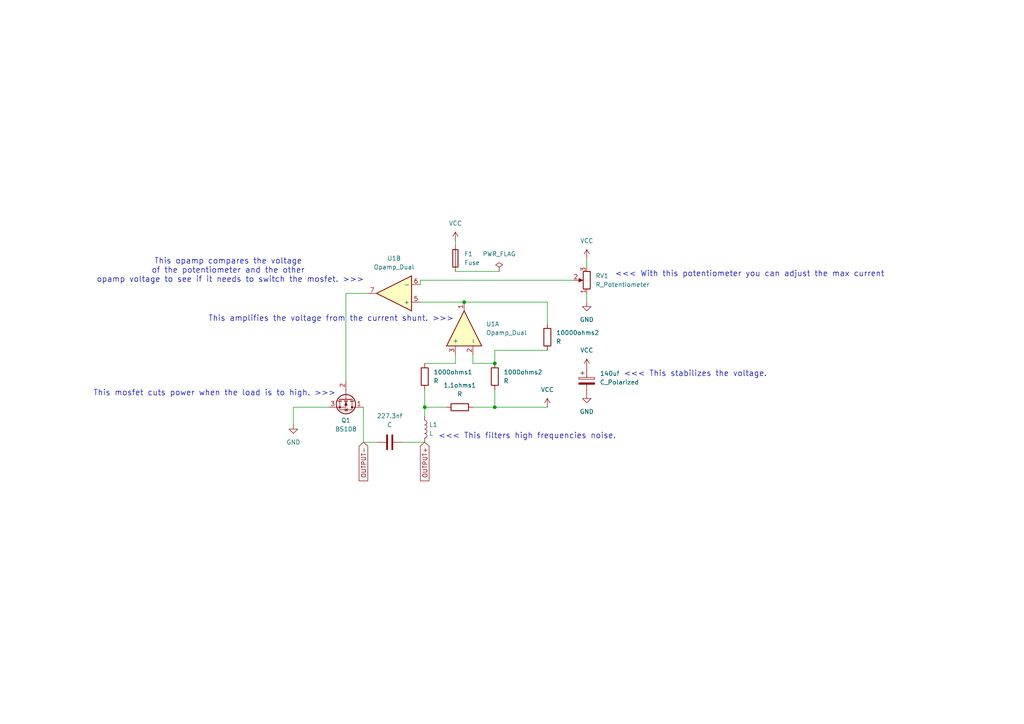
<source format=kicad_sch>
(kicad_sch (version 20250114) (generator "eeschema") (generator_version "9.0")
  (paper "A4")
  (lib_symbols
    (symbol "Device:C" (pin_numbers (hide yes)) (pin_names (offset 0.254))
      (property "Reference" "C" (at 0.635 2.54 0))
      (property "Value" "C" (at 0.635 -2.54 0))
      (symbol "C_0_1"
        (polyline (pts (xy -2.032 0.762) (xy 2.032 0.762)) (stroke (width 0.508)))
        (polyline (pts (xy -2.032 -0.762) (xy 2.032 -0.762)) (stroke (width 0.508)))
      )
      (symbol "C_1_1"
        (pin passive line (at 0 3.81 270) (length 2.794) (name "~") (number "1"))
        (pin passive line (at 0 -3.81 90) (length 2.794) (name "~") (number "2"))
      )
    )
    (symbol "Device:C_Polarized" (pin_numbers (hide yes)) (pin_names (offset 0.254))
      (property "Reference" "C" (at 0.635 2.54 0))
      (property "Value" "C_Polarized" (at 0.635 -2.54 0))
      (symbol "C_Polarized_0_1"
        (rectangle (start -2.286 0.508) (end 2.286 1.016))
        (polyline (pts (xy -1.778 2.286) (xy -0.762 2.286)))
        (polyline (pts (xy -1.27 2.794) (xy -1.27 1.778)))
        (rectangle (start 2.286 -0.508) (end -2.286 -1.016) (fill (type outline)))
      )
      (symbol "C_Polarized_1_1"
        (pin passive line (at 0 3.81 270) (length 2.794) (name "~") (number "1"))
        (pin passive line (at 0 -3.81 90) (length 2.794) (name "~") (number "2"))
      )
    )
    (symbol "Device:Fuse" (pin_numbers (hide yes)) (pin_names (offset 0))
      (property "Reference" "F" (at 2.032 0 90))
      (property "Value" "Fuse" (at -1.905 0 90))
      (symbol "Fuse_0_1"
        (rectangle (start -0.762 -2.54) (end 0.762 2.54) (stroke (width 0.254)))
        (polyline (pts (xy 0 2.54) (xy 0 -2.54)))
      )
      (symbol "Fuse_1_1"
        (pin passive line (at 0 3.81 270) (length 1.27) (name "~") (number "1"))
        (pin passive line (at 0 -3.81 90) (length 1.27) (name "~") (number "2"))
      )
    )
    (symbol "Device:L" (pin_numbers (hide yes)) (pin_names (offset 1.016) (hide yes))
      (property "Reference" "L" (at -1.27 0 90))
      (property "Value" "L" (at 1.905 0 90))
      (symbol "L_0_1"
        (arc (start 0 2.54) (mid 0.6323 1.905) (end 0 1.27))
        (arc (start 0 1.27) (mid 0.6323 0.635) (end 0 0))
        (arc (start 0 0) (mid 0.6323 -0.635) (end 0 -1.27))
        (arc (start 0 -1.27) (mid 0.6323 -1.905) (end 0 -2.54))
      )
      (symbol "L_1_1"
        (pin passive line (at 0 3.81 270) (length 1.27) (name "1") (number "1"))
        (pin passive line (at 0 -3.81 90) (length 1.27) (name "2") (number "2"))
      )
    )
    (symbol "Device:Opamp_Dual"
      (property "Reference" "U" (at 0 5.08 0))
      (property "Value" "Opamp_Dual" (at 0 -5.08 0))
      (symbol "Opamp_Dual_1_1"
        (polyline (pts (xy -5.08 5.08) (xy 5.08 0) (xy -5.08 -5.08) (xy -5.08 5.08)) (stroke (width 0.254)) (fill (type background)))
        (pin input line (at -7.62 2.54 0) (length 2.54) (name "+") (number "3"))
        (pin input line (at -7.62 -2.54 0) (length 2.54) (name "-") (number "2"))
        (pin output line (at 7.62 0 180) (length 2.54) (name "~") (number "1"))
      )
      (symbol "Opamp_Dual_2_1"
        (polyline (pts (xy -5.08 5.08) (xy 5.08 0) (xy -5.08 -5.08) (xy -5.08 5.08)) (stroke (width 0.254)) (fill (type background)))
        (pin input line (at -7.62 2.54 0) (length 2.54) (name "+") (number "5"))
        (pin input line (at -7.62 -2.54 0) (length 2.54) (name "-") (number "6"))
        (pin output line (at 7.62 0 180) (length 2.54) (name "~") (number "7"))
      )
      (symbol "Opamp_Dual_3_1"
        (pin power_in line (at -2.54 7.62 270) (length 3.81) (name "V+") (number "8"))
        (pin power_in line (at -2.54 -7.62 90) (length 3.81) (name "V-") (number "4"))
      )
    )
    (symbol "Device:R" (pin_numbers (hide yes)) (pin_names (offset 0))
      (property "Reference" "R" (at 2.032 0 90))
      (property "Value" "R" (at 0 0 90))
      (symbol "R_0_1"
        (rectangle (start -1.016 -2.54) (end 1.016 2.54) (stroke (width 0.254)))
      )
      (symbol "R_1_1"
        (pin passive line (at 0 3.81 270) (length 1.27) (name "~") (number "1"))
        (pin passive line (at 0 -3.81 90) (length 1.27) (name "~") (number "2"))
      )
    )
    (symbol "Device:R_Potentiometer" (pin_names (offset 1.016) (hide yes))
      (property "Reference" "RV" (at -4.445 0 90))
      (property "Value" "R_Potentiometer" (at -2.54 0 90))
      (symbol "R_Potentiometer_0_1"
        (rectangle (start 1.016 2.54) (end -1.016 -2.54) (stroke (width 0.254)))
        (polyline (pts (xy 1.143 0) (xy 2.286 0.508) (xy 2.286 -0.508) (xy 1.143 0)) (fill (type outline)))
        (polyline (pts (xy 2.54 0) (xy 1.524 0)))
      )
      (symbol "R_Potentiometer_1_1"
        (pin passive line (at 0 3.81 270) (length 1.27) (name "1") (number "1"))
        (pin passive line (at 0 -3.81 90) (length 1.27) (name "3") (number "3"))
        (pin passive line (at 3.81 0 180) (length 1.27) (name "2") (number "2"))
      )
    )
    (symbol "Transistor_FET:BS108" (pin_names (hide yes))
      (property "Reference" "Q" (at 5.08 1.905 0))
      (property "Value" "BS108" (at 5.08 0 0))
      (symbol "BS108_0_1"
        (polyline (pts (xy 0.254 1.905) (xy 0.254 -1.905)) (stroke (width 0.254)))
        (polyline (pts (xy 0.254 0) (xy -2.54 0)))
        (polyline (pts (xy 0.762 2.286) (xy 0.762 1.27)) (stroke (width 0.254)))
        (polyline (pts (xy 0.762 0.508) (xy 0.762 -0.508)) (stroke (width 0.254)))
        (polyline (pts (xy 0.762 -1.27) (xy 0.762 -2.286)) (stroke (width 0.254)))
        (polyline (pts (xy 0.762 -1.778) (xy 3.302 -1.778) (xy 3.302 1.778) (xy 0.762 1.778)))
        (polyline (pts (xy 1.016 0) (xy 2.032 0.381) (xy 2.032 -0.381) (xy 1.016 0)) (fill (type outline)))
        (circle (center 1.651 0) (radius 2.794) (stroke (width 0.254)))
        (polyline (pts (xy 2.54 2.54) (xy 2.54 1.778)))
        (circle (center 2.54 1.778) (radius 0.254) (fill (type outline)))
        (circle (center 2.54 -1.778) (radius 0.254) (fill (type outline)))
        (polyline (pts (xy 2.54 -2.54) (xy 2.54 0) (xy 0.762 0)))
        (polyline (pts (xy 2.794 0.508) (xy 2.921 0.381) (xy 3.683 0.381) (xy 3.81 0.254)))
        (polyline (pts (xy 3.302 0.381) (xy 2.921 -0.254) (xy 3.683 -0.254) (xy 3.302 0.381)))
      )
      (symbol "BS108_1_1"
        (pin input line (at -5.08 0 0) (length 2.54) (name "G") (number "2"))
        (pin passive line (at 2.54 5.08 270) (length 2.54) (name "D") (number "1"))
        (pin passive line (at 2.54 -5.08 90) (length 2.54) (name "S") (number "3"))
      )
    )
    (symbol "power:GND" (power) (pin_numbers (hide yes)) (pin_names (offset 0) (hide yes))
      (property "Value" "GND" (at 0 -3.81 0))
      (symbol "GND_0_1"
        (polyline (pts (xy 0 0) (xy 0 -1.27) (xy 1.27 -1.27) (xy 0 -2.54) (xy -1.27 -1.27) (xy 0 -1.27)))
      )
      (symbol "GND_1_1"
        (pin power_in line (at 0 0 270) (length 0) (name "~") (number "1"))
      )
    )
    (symbol "power:PWR_FLAG" (power) (pin_numbers (hide yes)) (pin_names (offset 0) (hide yes))
      (property "Value" "PWR_FLAG" (at 0 3.81 0))
      (symbol "PWR_FLAG_0_0"
        (pin power_out line (at 0 0 90) (length 0) (name "~") (number "1"))
      )
      (symbol "PWR_FLAG_0_1"
        (polyline (pts (xy 0 0) (xy 0 1.27) (xy -1.016 1.905) (xy 0 2.54) (xy 1.016 1.905) (xy 0 1.27)))
      )
    )
    (symbol "power:VCC" (power) (pin_numbers (hide yes)) (pin_names (offset 0) (hide yes))
      (property "Value" "VCC" (at 0 3.556 0))
      (symbol "VCC_0_1"
        (polyline (pts (xy -0.762 1.27) (xy 0 2.54)))
        (polyline (pts (xy 0 2.54) (xy 0.762 1.27)))
        (polyline (pts (xy 0 0) (xy 0 2.54)))
      )
      (symbol "VCC_1_1"
        (pin power_in line (at 0 0 90) (length 0) (name "~") (number "1"))
      )
    )
  )
  (text "This opamp compares the voltage \nof the potentiometer and the other \nopamp voltage to see if it needs to switch the mosfet. >>>" (at 66.802 78.486 0) (effects (font (size 1.651 1.651))))
  (text "<<< With this potentiometer you can adjust the max current" (at 217.424 79.502 0) (effects (font (size 1.651 1.651))))
  (text "This mosfet cuts power when the load is to high. >>>" (at 62.23 114.046 0) (effects (font (size 1.651 1.651))))
  (text "<<< This filters high frequencies noise.\n" (at 152.908 126.492 0) (effects (font (size 1.651 1.651))))
  (text "This amplifies the voltage from the current shunt. >>>\n" (at 96.012 92.456 0) (effects (font (size 1.651 1.651))))
  (text "<<< This stabilizes the voltage." (at 201.676 108.458 0) (effects (font (size 1.651 1.651))))
  (junction (at 123.19 118.11))
  (junction (at 143.51 105.41))
  (junction (at 134.62 87.63))
  (junction (at 143.51 118.11))
  (wire (pts (xy 105.41 118.11) (xy 105.41 128.27)))
  (wire (pts (xy 170.18 85.09) (xy 170.18 87.63)))
  (wire (pts (xy 137.16 118.11) (xy 143.51 118.11)))
  (wire (pts (xy 106.68 85.09) (xy 100.33 85.09)))
  (wire (pts (xy 123.19 118.11) (xy 123.19 120.65)))
  (wire (pts (xy 143.51 105.41) (xy 137.16 105.41)))
  (wire (pts (xy 170.18 74.93) (xy 170.18 77.47)))
  (wire (pts (xy 116.84 128.27) (xy 123.19 128.27)))
  (wire (pts (xy 158.75 87.63) (xy 134.62 87.63)))
  (wire (pts (xy 121.92 81.28) (xy 121.92 82.55)))
  (wire (pts (xy 121.92 81.28) (xy 166.37 81.28)))
  (wire (pts (xy 132.08 105.41) (xy 132.08 102.87)))
  (wire (pts (xy 158.75 93.98) (xy 158.75 87.63)))
  (wire (pts (xy 132.08 78.74) (xy 144.78 78.74)))
  (wire (pts (xy 123.19 118.11) (xy 123.19 113.03)))
  (wire (pts (xy 123.19 105.41) (xy 132.08 105.41)))
  (wire (pts (xy 85.09 118.11) (xy 95.25 118.11)))
  (wire (pts (xy 100.33 85.09) (xy 100.33 110.49)))
  (wire (pts (xy 137.16 105.41) (xy 137.16 102.87)))
  (wire (pts (xy 129.54 118.11) (xy 123.19 118.11)))
  (wire (pts (xy 143.51 118.11) (xy 143.51 113.03)))
  (wire (pts (xy 85.09 123.19) (xy 85.09 118.11)))
  (wire (pts (xy 143.51 118.11) (xy 158.75 118.11)))
  (wire (pts (xy 121.92 87.63) (xy 134.62 87.63)))
  (wire (pts (xy 105.41 128.27) (xy 109.22 128.27)))
  (wire (pts (xy 158.75 101.6) (xy 143.51 101.6)))
  (wire (pts (xy 143.51 101.6) (xy 143.51 105.41)))
  (wire (pts (xy 132.08 69.85) (xy 132.08 71.12)))
  (global_label "OUTPUT+" (shape input) (at 123.19 128.27 270) (property "Intersheetrefs" "${INTERSHEET_REFS}" (effects (hide yes))))
  (global_label "OUTPUT-" (shape input) (at 105.41 128.27 270) (property "Intersheetrefs" "${INTERSHEET_REFS}" (effects (hide yes))))
  (symbol (lib_id "Device:R") (at 158.75 97.79 180) (unit 1)
    (property "Reference" "10000ohms2" (at 161.29 96.5199 0) (effects (justify right)))
    (property "Value" "R" (at 161.29 99.0599 0) (effects (justify right)))
    (property "Description" "Resistor" (effects (hide yes)))
  )
  (symbol (lib_id "Device:L") (at 123.19 124.46 0) (unit 1)
    (property "Reference" "L1" (at 124.46 123.1899 0) (effects (justify left)))
    (property "Value" "L" (at 124.46 125.7299 0) (effects (justify left)))
    (property "Description" "Inductor" (effects (hide yes)))
  )
  (symbol (lib_id "Device:R") (at 123.19 109.22 180) (unit 1)
    (property "Reference" "1000ohms1" (at 125.73 107.9499 0) (effects (justify right)))
    (property "Value" "R" (at 125.73 110.4899 0) (effects (justify right)))
    (property "Description" "Resistor" (effects (hide yes)))
  )
  (symbol (lib_id "Device:Opamp_Dual") (at 134.62 95.25 90) (unit 1)
    (property "Reference" "U1" (at 140.97 93.9799 90) (effects (justify right)))
    (property "Value" "Opamp_Dual" (at 140.97 96.5199 90) (effects (justify right)))
    (property "Description" "Dual operational amplifier" (effects (hide yes)))
    (property "Sim.Library" "${KICAD7_SYMBOL_DIR}/Simulation_SPICE.sp" (effects (hide yes)))
    (property "Sim.Name" "kicad_builtin_opamp_dual" (effects (hide yes)))
    (property "Sim.Device" "SUBCKT" (effects (hide yes)))
    (property "Sim.Pins" "1=out1 2=in1- 3=in1+ 4=vee 5=in2+ 6=in2- 7=out2 8=vcc" (effects (hide yes)))
  )
  (symbol (lib_id "Device:R") (at 133.35 118.11 90) (unit 1)
    (property "Reference" "1.1ohms1" (at 133.35 111.76 90))
    (property "Value" "R" (at 133.35 114.3 90))
    (property "Description" "Resistor" (effects (hide yes)))
  )
  (symbol (lib_id "Transistor_FET:BS108") (at 100.33 115.57 270) (unit 1)
    (property "Reference" "Q1" (at 100.33 121.92 90))
    (property "Value" "BS108" (at 100.33 124.46 90))
    (property "Footprint" "Package_TO_SOT_THT:TO-92_Inline" (effects (hide yes)))
    (property "Datasheet" "http://www.redrok.com/MOSFET_BS108_200V_250mA_8O_Vth1.5_TO-92.PDF" (effects (hide yes)))
    (property "Description" "0.25A Id, 200V Vds, N-Channel MOSFET, TO-92" (effects (hide yes)))
  )
  (symbol (lib_id "Device:Fuse") (at 132.08 74.93 0) (unit 1)
    (property "Reference" "F1" (at 134.62 73.6599 0) (effects (justify left)))
    (property "Value" "Fuse" (at 134.62 76.1999 0) (effects (justify left)))
    (property "Description" "Fuse" (effects (hide yes)))
  )
  (symbol (lib_id "power:VCC") (at 158.75 118.11 0) (unit 1)
    (property "Reference" "#PWR04" (effects (hide yes)))
    (property "Value" "VCC" (at 158.75 113.03 0))
    (property "Description" "Power symbol creates a global label with name \"VCC\"" (effects (hide yes)))
  )
  (symbol (lib_id "Device:R_Potentiometer") (at 170.18 81.28 180) (unit 1)
    (property "Reference" "RV1" (at 172.72 80.0099 0) (effects (justify right)))
    (property "Value" "R_Potentiometer" (at 172.72 82.5499 0) (effects (justify right)))
    (property "Description" "Potentiometer" (effects (hide yes)))
  )
  (symbol (lib_id "Device:C_Polarized") (at 170.18 110.49 0) (unit 1)
    (property "Reference" "140uf" (at 173.99 108.3309 0) (effects (justify left)))
    (property "Value" "C_Polarized" (at 173.99 110.8709 0) (effects (justify left)))
    (property "Description" "Polarized capacitor" (effects (hide yes)))
  )
  (symbol (lib_id "power:GND") (at 170.18 87.63 0) (unit 1)
    (property "Reference" "#PWR02" (effects (hide yes)))
    (property "Value" "GND" (at 170.18 92.71 0))
    (property "Description" "Power symbol creates a global label with name \"GND\" , ground" (effects (hide yes)))
  )
  (symbol (lib_id "Device:C") (at 113.03 128.27 90) (unit 1)
    (property "Reference" "227.3nf" (at 113.03 120.65 90))
    (property "Value" "C" (at 113.03 123.19 90))
    (property "Description" "Unpolarized capacitor" (effects (hide yes)))
  )
  (symbol (lib_id "power:PWR_FLAG") (at 144.78 78.74 0) (unit 1)
    (property "Reference" "#FLG01" (effects (hide yes)))
    (property "Value" "PWR_FLAG" (at 144.78 73.66 0))
    (property "Description" "Special symbol for telling ERC where power comes from" (effects (hide yes)))
  )
  (symbol (lib_id "Device:R") (at 143.51 109.22 180) (unit 1)
    (property "Reference" "1000ohms2" (at 146.05 107.9499 0) (effects (justify right)))
    (property "Value" "R" (at 146.05 110.4899 0) (effects (justify right)))
    (property "Description" "Resistor" (effects (hide yes)))
  )
  (symbol (lib_id "power:GND") (at 170.18 114.3 0) (unit 1)
    (property "Reference" "#PWR05" (effects (hide yes)))
    (property "Value" "GND" (at 170.18 119.38 0))
    (property "Description" "Power symbol creates a global label with name \"GND\" , ground" (effects (hide yes)))
  )
  (symbol (lib_id "Device:Opamp_Dual") (at 114.3 85.09 180) (unit 2)
    (property "Reference" "U1" (at 114.3 74.93 0))
    (property "Value" "Opamp_Dual" (at 114.3 77.47 0))
    (property "Description" "Dual operational amplifier" (effects (hide yes)))
    (property "Sim.Library" "${KICAD7_SYMBOL_DIR}/Simulation_SPICE.sp" (effects (hide yes)))
    (property "Sim.Name" "kicad_builtin_opamp_dual" (effects (hide yes)))
    (property "Sim.Device" "SUBCKT" (effects (hide yes)))
    (property "Sim.Pins" "1=out1 2=in1- 3=in1+ 4=vee 5=in2+ 6=in2- 7=out2 8=vcc" (effects (hide yes)))
  )
  (symbol (lib_id "power:GND") (at 85.09 123.19 0) (unit 1)
    (property "Reference" "#PWR03" (effects (hide yes)))
    (property "Value" "GND" (at 85.09 128.27 0))
    (property "Description" "Power symbol creates a global label with name \"GND\" , ground" (effects (hide yes)))
  )
  (symbol (lib_id "power:VCC") (at 170.18 106.68 0) (unit 1)
    (property "Reference" "#PWR06" (effects (hide yes)))
    (property "Value" "VCC" (at 170.18 101.6 0))
    (property "Description" "Power symbol creates a global label with name \"VCC\"" (effects (hide yes)))
  )
  (symbol (lib_id "power:VCC") (at 132.08 69.85 0) (unit 1)
    (property "Reference" "#PWR08" (effects (hide yes)))
    (property "Value" "VCC" (at 132.08 64.77 0))
    (property "Description" "Power symbol creates a global label with name \"VCC\"" (effects (hide yes)))
  )
  (symbol (lib_id "power:VCC") (at 170.18 74.93 0) (unit 1)
    (property "Reference" "#PWR01" (effects (hide yes)))
    (property "Value" "VCC" (at 170.18 69.85 0))
    (property "Description" "Power symbol creates a global label with name \"VCC\"" (effects (hide yes)))
  )
)
</source>
